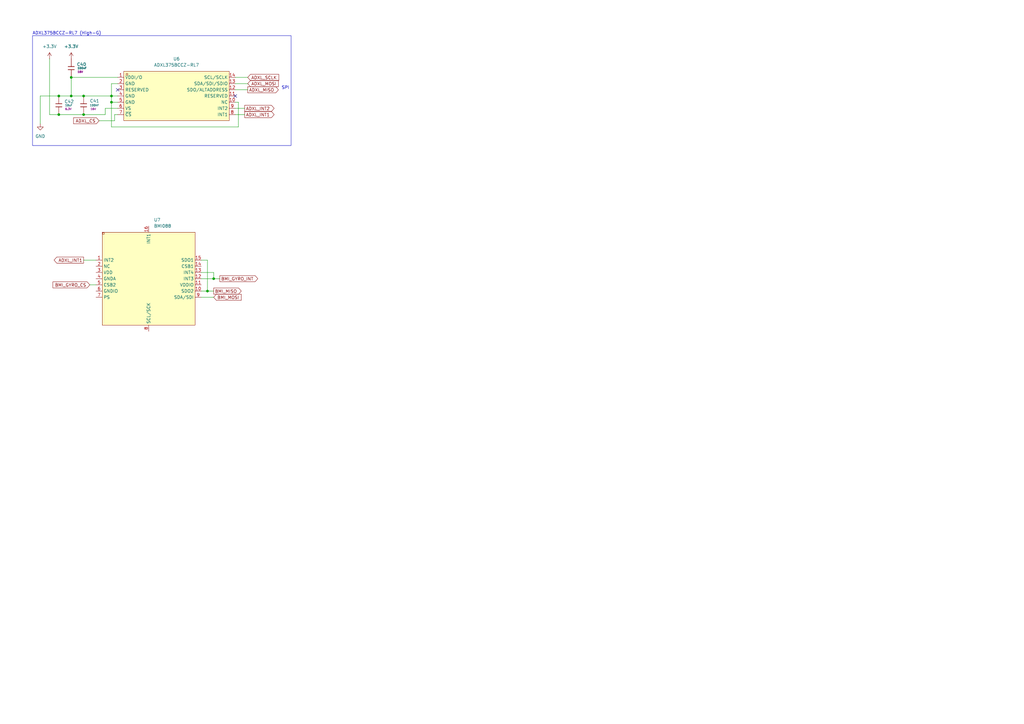
<source format=kicad_sch>
(kicad_sch
	(version 20250114)
	(generator "eeschema")
	(generator_version "9.0")
	(uuid "49530ea0-3aff-4e40-9bcc-109271f67bc0")
	(paper "A3")
	(lib_symbols
		(symbol "EasyEDA:ADXL375BCCZ-RL7"
			(exclude_from_sim no)
			(in_bom yes)
			(on_board yes)
			(property "Reference" "U"
				(at 0 12.7 0)
				(effects
					(font
						(size 1.27 1.27)
					)
				)
			)
			(property "Value" "ADXL375BCCZ-RL7"
				(at 0 -12.7 0)
				(effects
					(font
						(size 1.27 1.27)
					)
				)
			)
			(property "Footprint" "EasyEDA:LGA-14_L5.0-W3.0-P0.80-BL"
				(at 0 -15.24 0)
				(effects
					(font
						(size 1.27 1.27)
					)
					(hide yes)
				)
			)
			(property "Datasheet" "https://lcsc.com/product-detail/New-Arrivals_Analog-Devices-ADI-ADXL375BCCZ-RL7_C481898.html"
				(at 0 -17.78 0)
				(effects
					(font
						(size 1.27 1.27)
					)
					(hide yes)
				)
			)
			(property "Description" ""
				(at 0 0 0)
				(effects
					(font
						(size 1.27 1.27)
					)
					(hide yes)
				)
			)
			(property "LCSC Part" "C481898"
				(at 0 -20.32 0)
				(effects
					(font
						(size 1.27 1.27)
					)
					(hide yes)
				)
			)
			(symbol "ADXL375BCCZ-RL7_0_1"
				(rectangle
					(start -21.59 10.16)
					(end 21.59 -10.16)
					(stroke
						(width 0)
						(type default)
					)
					(fill
						(type background)
					)
				)
				(circle
					(center -20.32 8.89)
					(radius 0.38)
					(stroke
						(width 0)
						(type default)
					)
					(fill
						(type none)
					)
				)
				(pin unspecified line
					(at -24.13 7.62 0)
					(length 2.54)
					(name "VDDI/O"
						(effects
							(font
								(size 1.27 1.27)
							)
						)
					)
					(number "1"
						(effects
							(font
								(size 1.27 1.27)
							)
						)
					)
				)
				(pin unspecified line
					(at -24.13 5.08 0)
					(length 2.54)
					(name "GND"
						(effects
							(font
								(size 1.27 1.27)
							)
						)
					)
					(number "2"
						(effects
							(font
								(size 1.27 1.27)
							)
						)
					)
				)
				(pin unspecified line
					(at -24.13 2.54 0)
					(length 2.54)
					(name "RESERVED"
						(effects
							(font
								(size 1.27 1.27)
							)
						)
					)
					(number "3"
						(effects
							(font
								(size 1.27 1.27)
							)
						)
					)
				)
				(pin unspecified line
					(at -24.13 0 0)
					(length 2.54)
					(name "GND"
						(effects
							(font
								(size 1.27 1.27)
							)
						)
					)
					(number "4"
						(effects
							(font
								(size 1.27 1.27)
							)
						)
					)
				)
				(pin unspecified line
					(at -24.13 -2.54 0)
					(length 2.54)
					(name "GND"
						(effects
							(font
								(size 1.27 1.27)
							)
						)
					)
					(number "5"
						(effects
							(font
								(size 1.27 1.27)
							)
						)
					)
				)
				(pin unspecified line
					(at -24.13 -5.08 0)
					(length 2.54)
					(name "VS"
						(effects
							(font
								(size 1.27 1.27)
							)
						)
					)
					(number "6"
						(effects
							(font
								(size 1.27 1.27)
							)
						)
					)
				)
				(pin unspecified line
					(at -24.13 -7.62 0)
					(length 2.54)
					(name "~{CS}"
						(effects
							(font
								(size 1.27 1.27)
							)
						)
					)
					(number "7"
						(effects
							(font
								(size 1.27 1.27)
							)
						)
					)
				)
				(pin unspecified line
					(at 24.13 7.62 180)
					(length 2.54)
					(name "SCL/SCLK"
						(effects
							(font
								(size 1.27 1.27)
							)
						)
					)
					(number "14"
						(effects
							(font
								(size 1.27 1.27)
							)
						)
					)
				)
				(pin unspecified line
					(at 24.13 5.08 180)
					(length 2.54)
					(name "SDA/SDI/SDIO"
						(effects
							(font
								(size 1.27 1.27)
							)
						)
					)
					(number "13"
						(effects
							(font
								(size 1.27 1.27)
							)
						)
					)
				)
				(pin unspecified line
					(at 24.13 2.54 180)
					(length 2.54)
					(name "SDO/ALTADDRESS"
						(effects
							(font
								(size 1.27 1.27)
							)
						)
					)
					(number "12"
						(effects
							(font
								(size 1.27 1.27)
							)
						)
					)
				)
				(pin unspecified line
					(at 24.13 0 180)
					(length 2.54)
					(name "RESERVED"
						(effects
							(font
								(size 1.27 1.27)
							)
						)
					)
					(number "11"
						(effects
							(font
								(size 1.27 1.27)
							)
						)
					)
				)
				(pin unspecified line
					(at 24.13 -2.54 180)
					(length 2.54)
					(name "NC"
						(effects
							(font
								(size 1.27 1.27)
							)
						)
					)
					(number "10"
						(effects
							(font
								(size 1.27 1.27)
							)
						)
					)
				)
				(pin unspecified line
					(at 24.13 -5.08 180)
					(length 2.54)
					(name "INT2"
						(effects
							(font
								(size 1.27 1.27)
							)
						)
					)
					(number "9"
						(effects
							(font
								(size 1.27 1.27)
							)
						)
					)
				)
				(pin unspecified line
					(at 24.13 -7.62 180)
					(length 2.54)
					(name "INT1"
						(effects
							(font
								(size 1.27 1.27)
							)
						)
					)
					(number "8"
						(effects
							(font
								(size 1.27 1.27)
							)
						)
					)
				)
			)
			(embedded_fonts no)
		)
		(symbol "EasyEDA:BMI088"
			(exclude_from_sim no)
			(in_bom yes)
			(on_board yes)
			(property "Reference" "U"
				(at 0 26.67 0)
				(effects
					(font
						(size 1.27 1.27)
					)
				)
			)
			(property "Value" "BMI088"
				(at 0 -26.67 0)
				(effects
					(font
						(size 1.27 1.27)
					)
				)
			)
			(property "Footprint" "EasyEDA:LGA-16_L4.5-W3.0-P0.50-BL"
				(at 0 -29.21 0)
				(effects
					(font
						(size 1.27 1.27)
					)
					(hide yes)
				)
			)
			(property "Datasheet" "https://lcsc.com/product-detail/Others_Bosch-Sensortec_BMI088_Bosch-Sensortec-BMI088_C194919.html"
				(at 0 -31.75 0)
				(effects
					(font
						(size 1.27 1.27)
					)
					(hide yes)
				)
			)
			(property "Description" ""
				(at 0 0 0)
				(effects
					(font
						(size 1.27 1.27)
					)
					(hide yes)
				)
			)
			(property "LCSC Part" "C194919"
				(at 0 -34.29 0)
				(effects
					(font
						(size 1.27 1.27)
					)
					(hide yes)
				)
			)
			(symbol "BMI088_0_1"
				(rectangle
					(start -19.05 19.05)
					(end 19.05 -19.05)
					(stroke
						(width 0)
						(type default)
					)
					(fill
						(type background)
					)
				)
				(circle
					(center -18.54 18.54)
					(radius 0.38)
					(stroke
						(width 0)
						(type default)
					)
					(fill
						(type none)
					)
				)
				(pin unspecified line
					(at -21.59 7.62 0)
					(length 2.54)
					(name "INT2"
						(effects
							(font
								(size 1.27 1.27)
							)
						)
					)
					(number "1"
						(effects
							(font
								(size 1.27 1.27)
							)
						)
					)
				)
				(pin unspecified line
					(at -21.59 5.08 0)
					(length 2.54)
					(name "NC"
						(effects
							(font
								(size 1.27 1.27)
							)
						)
					)
					(number "2"
						(effects
							(font
								(size 1.27 1.27)
							)
						)
					)
				)
				(pin unspecified line
					(at -21.59 2.54 0)
					(length 2.54)
					(name "VDD"
						(effects
							(font
								(size 1.27 1.27)
							)
						)
					)
					(number "3"
						(effects
							(font
								(size 1.27 1.27)
							)
						)
					)
				)
				(pin unspecified line
					(at -21.59 0 0)
					(length 2.54)
					(name "GNDA"
						(effects
							(font
								(size 1.27 1.27)
							)
						)
					)
					(number "4"
						(effects
							(font
								(size 1.27 1.27)
							)
						)
					)
				)
				(pin unspecified line
					(at -21.59 -2.54 0)
					(length 2.54)
					(name "CSB2"
						(effects
							(font
								(size 1.27 1.27)
							)
						)
					)
					(number "5"
						(effects
							(font
								(size 1.27 1.27)
							)
						)
					)
				)
				(pin unspecified line
					(at -21.59 -5.08 0)
					(length 2.54)
					(name "GNDIO"
						(effects
							(font
								(size 1.27 1.27)
							)
						)
					)
					(number "6"
						(effects
							(font
								(size 1.27 1.27)
							)
						)
					)
				)
				(pin unspecified line
					(at -21.59 -7.62 0)
					(length 2.54)
					(name "PS"
						(effects
							(font
								(size 1.27 1.27)
							)
						)
					)
					(number "7"
						(effects
							(font
								(size 1.27 1.27)
							)
						)
					)
				)
				(pin unspecified line
					(at 0 21.59 270)
					(length 2.54)
					(name "INT1"
						(effects
							(font
								(size 1.27 1.27)
							)
						)
					)
					(number "16"
						(effects
							(font
								(size 1.27 1.27)
							)
						)
					)
				)
				(pin unspecified line
					(at 0 -21.59 90)
					(length 2.54)
					(name "SCL/SCK"
						(effects
							(font
								(size 1.27 1.27)
							)
						)
					)
					(number "8"
						(effects
							(font
								(size 1.27 1.27)
							)
						)
					)
				)
				(pin unspecified line
					(at 21.59 7.62 180)
					(length 2.54)
					(name "SDO1"
						(effects
							(font
								(size 1.27 1.27)
							)
						)
					)
					(number "15"
						(effects
							(font
								(size 1.27 1.27)
							)
						)
					)
				)
				(pin unspecified line
					(at 21.59 5.08 180)
					(length 2.54)
					(name "CSB1"
						(effects
							(font
								(size 1.27 1.27)
							)
						)
					)
					(number "14"
						(effects
							(font
								(size 1.27 1.27)
							)
						)
					)
				)
				(pin unspecified line
					(at 21.59 2.54 180)
					(length 2.54)
					(name "INT4"
						(effects
							(font
								(size 1.27 1.27)
							)
						)
					)
					(number "13"
						(effects
							(font
								(size 1.27 1.27)
							)
						)
					)
				)
				(pin unspecified line
					(at 21.59 0 180)
					(length 2.54)
					(name "INT3"
						(effects
							(font
								(size 1.27 1.27)
							)
						)
					)
					(number "12"
						(effects
							(font
								(size 1.27 1.27)
							)
						)
					)
				)
				(pin unspecified line
					(at 21.59 -2.54 180)
					(length 2.54)
					(name "VDDIO"
						(effects
							(font
								(size 1.27 1.27)
							)
						)
					)
					(number "11"
						(effects
							(font
								(size 1.27 1.27)
							)
						)
					)
				)
				(pin unspecified line
					(at 21.59 -5.08 180)
					(length 2.54)
					(name "SDO2"
						(effects
							(font
								(size 1.27 1.27)
							)
						)
					)
					(number "10"
						(effects
							(font
								(size 1.27 1.27)
							)
						)
					)
				)
				(pin unspecified line
					(at 21.59 -7.62 180)
					(length 2.54)
					(name "SDA/SDI"
						(effects
							(font
								(size 1.27 1.27)
							)
						)
					)
					(number "9"
						(effects
							(font
								(size 1.27 1.27)
							)
						)
					)
				)
			)
			(embedded_fonts no)
		)
		(symbol "PCM_JLCPCB-Capacitors:0402,100nF"
			(pin_numbers
				(hide yes)
			)
			(pin_names
				(offset 0)
			)
			(exclude_from_sim no)
			(in_bom yes)
			(on_board yes)
			(property "Reference" "C"
				(at 2.032 1.668 0)
				(effects
					(font
						(size 1.27 1.27)
					)
					(justify left)
				)
			)
			(property "Value" "100nF"
				(at 2.032 -0.3782 0)
				(effects
					(font
						(size 0.8 0.8)
					)
					(justify left)
				)
			)
			(property "Footprint" "PCM_JLCPCB:C_0402"
				(at -1.778 0 90)
				(effects
					(font
						(size 1.27 1.27)
					)
					(hide yes)
				)
			)
			(property "Datasheet" "https://www.lcsc.com/datasheet/lcsc_datasheet_2304140030_Samsung-Electro-Mechanics-CL05B104KO5NNNC_C1525.pdf"
				(at 0 0 0)
				(effects
					(font
						(size 1.27 1.27)
					)
					(hide yes)
				)
			)
			(property "Description" "16V 100nF X7R ±10% 0402 Multilayer Ceramic Capacitors MLCC - SMD/SMT ROHS"
				(at 0 0 0)
				(effects
					(font
						(size 1.27 1.27)
					)
					(hide yes)
				)
			)
			(property "LCSC" "C1525"
				(at 0 0 0)
				(effects
					(font
						(size 1.27 1.27)
					)
					(hide yes)
				)
			)
			(property "Stock" "12931403"
				(at 0 0 0)
				(effects
					(font
						(size 1.27 1.27)
					)
					(hide yes)
				)
			)
			(property "Price" "0.004USD"
				(at 0 0 0)
				(effects
					(font
						(size 1.27 1.27)
					)
					(hide yes)
				)
			)
			(property "Process" "SMT"
				(at 0 0 0)
				(effects
					(font
						(size 1.27 1.27)
					)
					(hide yes)
				)
			)
			(property "Minimum Qty" "20"
				(at 0 0 0)
				(effects
					(font
						(size 1.27 1.27)
					)
					(hide yes)
				)
			)
			(property "Attrition Qty" "10"
				(at 0 0 0)
				(effects
					(font
						(size 1.27 1.27)
					)
					(hide yes)
				)
			)
			(property "Class" "Basic Component"
				(at 0 0 0)
				(effects
					(font
						(size 1.27 1.27)
					)
					(hide yes)
				)
			)
			(property "Category" "Capacitors,Multilayer Ceramic Capacitors MLCC - SMD/SMT"
				(at 0 0 0)
				(effects
					(font
						(size 1.27 1.27)
					)
					(hide yes)
				)
			)
			(property "Manufacturer" "Samsung Electro-Mechanics"
				(at 0 0 0)
				(effects
					(font
						(size 1.27 1.27)
					)
					(hide yes)
				)
			)
			(property "Part" "CL05B104KO5NNNC"
				(at 0 0 0)
				(effects
					(font
						(size 1.27 1.27)
					)
					(hide yes)
				)
			)
			(property "Voltage Rated" "16V"
				(at 2.032 -2.0462 0)
				(effects
					(font
						(size 0.8 0.8)
					)
					(justify left)
				)
			)
			(property "Tolerance" "±10%"
				(at 0 0 0)
				(effects
					(font
						(size 1.27 1.27)
					)
					(hide yes)
				)
			)
			(property "Capacitance" "100nF"
				(at 0 0 0)
				(effects
					(font
						(size 1.27 1.27)
					)
					(hide yes)
				)
			)
			(property "Temperature Coefficient" "X7R"
				(at 0 0 0)
				(effects
					(font
						(size 1.27 1.27)
					)
					(hide yes)
				)
			)
			(property "ki_fp_filters" "C_*"
				(at 0 0 0)
				(effects
					(font
						(size 1.27 1.27)
					)
					(hide yes)
				)
			)
			(symbol "0402,100nF_0_1"
				(polyline
					(pts
						(xy -1.27 0.635) (xy 1.27 0.635)
					)
					(stroke
						(width 0.254)
						(type default)
					)
					(fill
						(type none)
					)
				)
				(polyline
					(pts
						(xy -1.27 -0.635) (xy 1.27 -0.635)
					)
					(stroke
						(width 0.254)
						(type default)
					)
					(fill
						(type none)
					)
				)
			)
			(symbol "0402,100nF_1_1"
				(pin passive line
					(at 0 3.81 270)
					(length 3.175)
					(name "~"
						(effects
							(font
								(size 1.27 1.27)
							)
						)
					)
					(number "1"
						(effects
							(font
								(size 1.27 1.27)
							)
						)
					)
				)
				(pin passive line
					(at 0 -3.81 90)
					(length 3.175)
					(name "~"
						(effects
							(font
								(size 1.27 1.27)
							)
						)
					)
					(number "2"
						(effects
							(font
								(size 1.27 1.27)
							)
						)
					)
				)
			)
			(embedded_fonts no)
		)
		(symbol "PCM_JLCPCB-Capacitors:0402,10uF"
			(pin_numbers
				(hide yes)
			)
			(pin_names
				(offset 0)
			)
			(exclude_from_sim no)
			(in_bom yes)
			(on_board yes)
			(property "Reference" "C"
				(at 2.032 1.668 0)
				(effects
					(font
						(size 1.27 1.27)
					)
					(justify left)
				)
			)
			(property "Value" "10uF"
				(at 2.032 -0.3782 0)
				(effects
					(font
						(size 0.8 0.8)
					)
					(justify left)
				)
			)
			(property "Footprint" "PCM_JLCPCB:C_0402"
				(at -1.778 0 90)
				(effects
					(font
						(size 1.27 1.27)
					)
					(hide yes)
				)
			)
			(property "Datasheet" "https://www.lcsc.com/datasheet/lcsc_datasheet_2208231630_Samsung-Electro-Mechanics-CL05A106MQ5NUNC_C15525.pdf"
				(at 0 0 0)
				(effects
					(font
						(size 1.27 1.27)
					)
					(hide yes)
				)
			)
			(property "Description" "6.3V 10uF X5R ±20% 0402 Multilayer Ceramic Capacitors MLCC - SMD/SMT ROHS"
				(at 0 0 0)
				(effects
					(font
						(size 1.27 1.27)
					)
					(hide yes)
				)
			)
			(property "LCSC" "C15525"
				(at 0 0 0)
				(effects
					(font
						(size 1.27 1.27)
					)
					(hide yes)
				)
			)
			(property "Stock" "2048985"
				(at 0 0 0)
				(effects
					(font
						(size 1.27 1.27)
					)
					(hide yes)
				)
			)
			(property "Price" "0.007USD"
				(at 0 0 0)
				(effects
					(font
						(size 1.27 1.27)
					)
					(hide yes)
				)
			)
			(property "Process" "SMT"
				(at 0 0 0)
				(effects
					(font
						(size 1.27 1.27)
					)
					(hide yes)
				)
			)
			(property "Minimum Qty" "20"
				(at 0 0 0)
				(effects
					(font
						(size 1.27 1.27)
					)
					(hide yes)
				)
			)
			(property "Attrition Qty" "10"
				(at 0 0 0)
				(effects
					(font
						(size 1.27 1.27)
					)
					(hide yes)
				)
			)
			(property "Class" "Basic Component"
				(at 0 0 0)
				(effects
					(font
						(size 1.27 1.27)
					)
					(hide yes)
				)
			)
			(property "Category" "Capacitors,Multilayer Ceramic Capacitors MLCC - SMD/SMT"
				(at 0 0 0)
				(effects
					(font
						(size 1.27 1.27)
					)
					(hide yes)
				)
			)
			(property "Manufacturer" "Samsung Electro-Mechanics"
				(at 0 0 0)
				(effects
					(font
						(size 1.27 1.27)
					)
					(hide yes)
				)
			)
			(property "Part" "CL05A106MQ5NUNC"
				(at 0 0 0)
				(effects
					(font
						(size 1.27 1.27)
					)
					(hide yes)
				)
			)
			(property "Voltage Rated" "6.3V"
				(at 2.032 -2.0462 0)
				(effects
					(font
						(size 0.8 0.8)
					)
					(justify left)
				)
			)
			(property "Tolerance" "±20%"
				(at 0 0 0)
				(effects
					(font
						(size 1.27 1.27)
					)
					(hide yes)
				)
			)
			(property "Capacitance" "10uF"
				(at 0 0 0)
				(effects
					(font
						(size 1.27 1.27)
					)
					(hide yes)
				)
			)
			(property "Temperature Coefficient" "X5R"
				(at 0 0 0)
				(effects
					(font
						(size 1.27 1.27)
					)
					(hide yes)
				)
			)
			(property "ki_fp_filters" "C_*"
				(at 0 0 0)
				(effects
					(font
						(size 1.27 1.27)
					)
					(hide yes)
				)
			)
			(symbol "0402,10uF_0_1"
				(polyline
					(pts
						(xy -1.27 0.635) (xy 1.27 0.635)
					)
					(stroke
						(width 0.254)
						(type default)
					)
					(fill
						(type none)
					)
				)
				(polyline
					(pts
						(xy -1.27 -0.635) (xy 1.27 -0.635)
					)
					(stroke
						(width 0.254)
						(type default)
					)
					(fill
						(type none)
					)
				)
			)
			(symbol "0402,10uF_1_1"
				(pin passive line
					(at 0 3.81 270)
					(length 3.175)
					(name "~"
						(effects
							(font
								(size 1.27 1.27)
							)
						)
					)
					(number "1"
						(effects
							(font
								(size 1.27 1.27)
							)
						)
					)
				)
				(pin passive line
					(at 0 -3.81 90)
					(length 3.175)
					(name "~"
						(effects
							(font
								(size 1.27 1.27)
							)
						)
					)
					(number "2"
						(effects
							(font
								(size 1.27 1.27)
							)
						)
					)
				)
			)
			(embedded_fonts no)
		)
		(symbol "power:+3.3V"
			(power)
			(pin_numbers
				(hide yes)
			)
			(pin_names
				(offset 0)
				(hide yes)
			)
			(exclude_from_sim no)
			(in_bom yes)
			(on_board yes)
			(property "Reference" "#PWR"
				(at 0 -3.81 0)
				(effects
					(font
						(size 1.27 1.27)
					)
					(hide yes)
				)
			)
			(property "Value" "+3.3V"
				(at 0 3.556 0)
				(effects
					(font
						(size 1.27 1.27)
					)
				)
			)
			(property "Footprint" ""
				(at 0 0 0)
				(effects
					(font
						(size 1.27 1.27)
					)
					(hide yes)
				)
			)
			(property "Datasheet" ""
				(at 0 0 0)
				(effects
					(font
						(size 1.27 1.27)
					)
					(hide yes)
				)
			)
			(property "Description" "Power symbol creates a global label with name \"+3.3V\""
				(at 0 0 0)
				(effects
					(font
						(size 1.27 1.27)
					)
					(hide yes)
				)
			)
			(property "ki_keywords" "global power"
				(at 0 0 0)
				(effects
					(font
						(size 1.27 1.27)
					)
					(hide yes)
				)
			)
			(symbol "+3.3V_0_1"
				(polyline
					(pts
						(xy -0.762 1.27) (xy 0 2.54)
					)
					(stroke
						(width 0)
						(type default)
					)
					(fill
						(type none)
					)
				)
				(polyline
					(pts
						(xy 0 2.54) (xy 0.762 1.27)
					)
					(stroke
						(width 0)
						(type default)
					)
					(fill
						(type none)
					)
				)
				(polyline
					(pts
						(xy 0 0) (xy 0 2.54)
					)
					(stroke
						(width 0)
						(type default)
					)
					(fill
						(type none)
					)
				)
			)
			(symbol "+3.3V_1_1"
				(pin power_in line
					(at 0 0 90)
					(length 0)
					(name "~"
						(effects
							(font
								(size 1.27 1.27)
							)
						)
					)
					(number "1"
						(effects
							(font
								(size 1.27 1.27)
							)
						)
					)
				)
			)
			(embedded_fonts no)
		)
		(symbol "power:GND"
			(power)
			(pin_numbers
				(hide yes)
			)
			(pin_names
				(offset 0)
				(hide yes)
			)
			(exclude_from_sim no)
			(in_bom yes)
			(on_board yes)
			(property "Reference" "#PWR"
				(at 0 -6.35 0)
				(effects
					(font
						(size 1.27 1.27)
					)
					(hide yes)
				)
			)
			(property "Value" "GND"
				(at 0 -3.81 0)
				(effects
					(font
						(size 1.27 1.27)
					)
				)
			)
			(property "Footprint" ""
				(at 0 0 0)
				(effects
					(font
						(size 1.27 1.27)
					)
					(hide yes)
				)
			)
			(property "Datasheet" ""
				(at 0 0 0)
				(effects
					(font
						(size 1.27 1.27)
					)
					(hide yes)
				)
			)
			(property "Description" "Power symbol creates a global label with name \"GND\" , ground"
				(at 0 0 0)
				(effects
					(font
						(size 1.27 1.27)
					)
					(hide yes)
				)
			)
			(property "ki_keywords" "global power"
				(at 0 0 0)
				(effects
					(font
						(size 1.27 1.27)
					)
					(hide yes)
				)
			)
			(symbol "GND_0_1"
				(polyline
					(pts
						(xy 0 0) (xy 0 -1.27) (xy 1.27 -1.27) (xy 0 -2.54) (xy -1.27 -1.27) (xy 0 -1.27)
					)
					(stroke
						(width 0)
						(type default)
					)
					(fill
						(type none)
					)
				)
			)
			(symbol "GND_1_1"
				(pin power_in line
					(at 0 0 270)
					(length 0)
					(name "~"
						(effects
							(font
								(size 1.27 1.27)
							)
						)
					)
					(number "1"
						(effects
							(font
								(size 1.27 1.27)
							)
						)
					)
				)
			)
			(embedded_fonts no)
		)
	)
	(rectangle
		(start 13.335 14.605)
		(end 119.38 59.69)
		(stroke
			(width 0)
			(type default)
		)
		(fill
			(type none)
		)
		(uuid 66da5d69-3fec-430f-8588-8817ab5f3711)
	)
	(text "SPI"
		(exclude_from_sim no)
		(at 117.094 36.068 0)
		(effects
			(font
				(size 1.27 1.27)
			)
		)
		(uuid "3bc54bcd-a032-4a01-be8d-287022127253")
	)
	(text "ADXL375BCCZ-RL7 (High-G)"
		(exclude_from_sim no)
		(at 27.432 13.716 0)
		(effects
			(font
				(size 1.27 1.27)
			)
		)
		(uuid "f0864fc4-aff1-4046-96f6-ab3e3680cdee")
	)
	(junction
		(at 87.63 114.3)
		(diameter 0)
		(color 0 0 0 0)
		(uuid "0e2b29f4-4cf1-4889-a208-31f5453bc772")
	)
	(junction
		(at 34.29 39.37)
		(diameter 0)
		(color 0 0 0 0)
		(uuid "47974c7f-25cd-48f6-8262-01e066ff78ca")
	)
	(junction
		(at 24.13 39.37)
		(diameter 0)
		(color 0 0 0 0)
		(uuid "516818c9-6259-4904-b8eb-a0ea81024909")
	)
	(junction
		(at 24.13 46.99)
		(diameter 0)
		(color 0 0 0 0)
		(uuid "6b649173-c0bb-488a-9192-a88c37657360")
	)
	(junction
		(at 45.72 39.37)
		(diameter 0)
		(color 0 0 0 0)
		(uuid "761a3d8a-4c70-4917-af52-a257637c669b")
	)
	(junction
		(at 29.21 39.37)
		(diameter 0)
		(color 0 0 0 0)
		(uuid "77e3310e-4e97-41a1-a507-eb079ad226eb")
	)
	(junction
		(at 29.21 31.75)
		(diameter 0)
		(color 0 0 0 0)
		(uuid "8296b736-32c6-4724-bf6c-4b2169b9e4e8")
	)
	(junction
		(at 34.29 46.99)
		(diameter 0)
		(color 0 0 0 0)
		(uuid "b25adcf8-e198-4378-a3b7-002df0e4b540")
	)
	(junction
		(at 45.72 41.91)
		(diameter 0)
		(color 0 0 0 0)
		(uuid "dd920110-acde-48fb-bf5e-f978f6f08141")
	)
	(junction
		(at 85.09 119.38)
		(diameter 0)
		(color 0 0 0 0)
		(uuid "e92cc2a6-1c33-4dd4-8c5a-d0f7bcd5d037")
	)
	(no_connect
		(at 96.52 39.37)
		(uuid "5dc283fe-3931-47b9-912b-7d0df27ccea4")
	)
	(no_connect
		(at 48.26 36.83)
		(uuid "9b4e07c2-b8a4-4d8a-b393-3c8b552448a3")
	)
	(wire
		(pts
			(xy 48.26 44.45) (xy 43.18 44.45)
		)
		(stroke
			(width 0)
			(type default)
		)
		(uuid "043e6768-2262-40d3-9598-f61e8e56ca5c")
	)
	(wire
		(pts
			(xy 43.18 44.45) (xy 43.18 46.99)
		)
		(stroke
			(width 0)
			(type default)
		)
		(uuid "11ae8481-23f1-4d92-96db-ed8996a17f35")
	)
	(wire
		(pts
			(xy 97.79 41.91) (xy 96.52 41.91)
		)
		(stroke
			(width 0)
			(type default)
		)
		(uuid "165e1763-32f6-4255-abb1-e34c4e01123b")
	)
	(wire
		(pts
			(xy 46.99 49.53) (xy 46.99 46.99)
		)
		(stroke
			(width 0)
			(type default)
		)
		(uuid "213daa27-aae8-45d7-b8e6-582e415c1139")
	)
	(wire
		(pts
			(xy 45.72 41.91) (xy 48.26 41.91)
		)
		(stroke
			(width 0)
			(type default)
		)
		(uuid "3155bcf9-0633-4b7a-8d07-71428bbdd0c0")
	)
	(wire
		(pts
			(xy 87.63 111.76) (xy 87.63 114.3)
		)
		(stroke
			(width 0)
			(type default)
		)
		(uuid "3bdf5118-5531-424b-abfa-b5c9a6118eea")
	)
	(wire
		(pts
			(xy 20.32 46.99) (xy 24.13 46.99)
		)
		(stroke
			(width 0)
			(type default)
		)
		(uuid "3c41a918-6175-41b8-87e1-101a91e33cbc")
	)
	(wire
		(pts
			(xy 45.72 39.37) (xy 34.29 39.37)
		)
		(stroke
			(width 0)
			(type default)
		)
		(uuid "3e23055f-e703-48c5-ad5a-14d35a57378b")
	)
	(wire
		(pts
			(xy 16.51 39.37) (xy 16.51 50.8)
		)
		(stroke
			(width 0)
			(type default)
		)
		(uuid "3e87231b-edaa-42a6-a276-e6951b1d8255")
	)
	(wire
		(pts
			(xy 45.72 39.37) (xy 45.72 41.91)
		)
		(stroke
			(width 0)
			(type default)
		)
		(uuid "43d9c07e-ccbd-4c7a-94cd-001720a50b09")
	)
	(wire
		(pts
			(xy 87.63 114.3) (xy 90.17 114.3)
		)
		(stroke
			(width 0)
			(type default)
		)
		(uuid "4432a879-232e-40c8-83cf-d52bb1a65f15")
	)
	(wire
		(pts
			(xy 46.99 46.99) (xy 48.26 46.99)
		)
		(stroke
			(width 0)
			(type default)
		)
		(uuid "46f82a31-60df-4974-91df-afd176a8558d")
	)
	(wire
		(pts
			(xy 45.72 41.91) (xy 45.72 52.07)
		)
		(stroke
			(width 0)
			(type default)
		)
		(uuid "4b6905b1-2bc3-4356-b028-12ea9832c1a7")
	)
	(wire
		(pts
			(xy 43.18 46.99) (xy 34.29 46.99)
		)
		(stroke
			(width 0)
			(type default)
		)
		(uuid "4d72a0cf-102a-4d10-be8a-94fc6dc51c43")
	)
	(wire
		(pts
			(xy 82.55 121.92) (xy 87.63 121.92)
		)
		(stroke
			(width 0)
			(type default)
		)
		(uuid "55a99c14-7993-4c5d-bcda-a2c390f99b2e")
	)
	(wire
		(pts
			(xy 34.29 39.37) (xy 29.21 39.37)
		)
		(stroke
			(width 0)
			(type default)
		)
		(uuid "55ea4a1a-ba8d-4645-b514-ac9d6df9b179")
	)
	(wire
		(pts
			(xy 24.13 46.99) (xy 34.29 46.99)
		)
		(stroke
			(width 0)
			(type default)
		)
		(uuid "5d315072-a803-44ea-a35a-b85425eb8001")
	)
	(wire
		(pts
			(xy 85.09 106.68) (xy 85.09 119.38)
		)
		(stroke
			(width 0)
			(type default)
		)
		(uuid "5d684499-432a-4dd3-8363-02ac5979dd5a")
	)
	(wire
		(pts
			(xy 29.21 31.75) (xy 29.21 39.37)
		)
		(stroke
			(width 0)
			(type default)
		)
		(uuid "5da81660-42d9-41a9-b73d-a1e5fdf217b4")
	)
	(wire
		(pts
			(xy 82.55 111.76) (xy 87.63 111.76)
		)
		(stroke
			(width 0)
			(type default)
		)
		(uuid "68d69687-ab3e-487b-bed7-753827fc758d")
	)
	(wire
		(pts
			(xy 34.29 106.68) (xy 39.37 106.68)
		)
		(stroke
			(width 0)
			(type default)
		)
		(uuid "703e1262-2bc4-4658-9851-5e5aded2bfe2")
	)
	(wire
		(pts
			(xy 24.13 39.37) (xy 16.51 39.37)
		)
		(stroke
			(width 0)
			(type default)
		)
		(uuid "8257cf86-32d4-4101-8475-f873d8697c57")
	)
	(wire
		(pts
			(xy 29.21 39.37) (xy 24.13 39.37)
		)
		(stroke
			(width 0)
			(type default)
		)
		(uuid "85ccc4c2-5e5e-44a7-9e5b-8aa94decc12a")
	)
	(wire
		(pts
			(xy 82.55 119.38) (xy 85.09 119.38)
		)
		(stroke
			(width 0)
			(type default)
		)
		(uuid "970238fe-3d11-4de9-afc1-b7489d67ea14")
	)
	(wire
		(pts
			(xy 85.09 119.38) (xy 87.63 119.38)
		)
		(stroke
			(width 0)
			(type default)
		)
		(uuid "97826e42-9b60-49d3-a60a-0e49f6515d91")
	)
	(wire
		(pts
			(xy 82.55 114.3) (xy 87.63 114.3)
		)
		(stroke
			(width 0)
			(type default)
		)
		(uuid "9cf96ac7-a8f9-4e3f-a2d2-64c401437906")
	)
	(wire
		(pts
			(xy 48.26 39.37) (xy 45.72 39.37)
		)
		(stroke
			(width 0)
			(type default)
		)
		(uuid "a14aae9d-5dea-4d87-bb9d-1bbb7e8ae6bf")
	)
	(wire
		(pts
			(xy 48.26 34.29) (xy 45.72 34.29)
		)
		(stroke
			(width 0)
			(type default)
		)
		(uuid "a1f6eab2-2c72-454a-9cfb-11d87df9104c")
	)
	(wire
		(pts
			(xy 96.52 34.29) (xy 101.6 34.29)
		)
		(stroke
			(width 0)
			(type default)
		)
		(uuid "a8234ea2-0180-42da-9a28-1ffc839a0824")
	)
	(wire
		(pts
			(xy 96.52 46.99) (xy 100.33 46.99)
		)
		(stroke
			(width 0)
			(type default)
		)
		(uuid "bad6b205-c5b0-4e93-aff5-9a5ba0600764")
	)
	(wire
		(pts
			(xy 97.79 52.07) (xy 97.79 41.91)
		)
		(stroke
			(width 0)
			(type default)
		)
		(uuid "c40e4e3d-82b3-41a9-8406-3831d0bef3f7")
	)
	(wire
		(pts
			(xy 96.52 36.83) (xy 101.6 36.83)
		)
		(stroke
			(width 0)
			(type default)
		)
		(uuid "c696ee0f-cb27-4f8a-9603-fb7518cc254c")
	)
	(wire
		(pts
			(xy 96.52 31.75) (xy 101.6 31.75)
		)
		(stroke
			(width 0)
			(type default)
		)
		(uuid "c9a179a0-e7ee-477d-a06f-cc1a00134273")
	)
	(wire
		(pts
			(xy 45.72 52.07) (xy 97.79 52.07)
		)
		(stroke
			(width 0)
			(type default)
		)
		(uuid "cf1499a1-b693-48a0-bb6c-b0a5edbd32cc")
	)
	(wire
		(pts
			(xy 82.55 106.68) (xy 85.09 106.68)
		)
		(stroke
			(width 0)
			(type default)
		)
		(uuid "d84748ba-2b03-499b-b813-31639d99fe9c")
	)
	(wire
		(pts
			(xy 96.52 44.45) (xy 100.33 44.45)
		)
		(stroke
			(width 0)
			(type default)
		)
		(uuid "dc202235-7c8c-4d3b-99b2-d2fea9e56f6a")
	)
	(wire
		(pts
			(xy 20.32 24.13) (xy 20.32 46.99)
		)
		(stroke
			(width 0)
			(type default)
		)
		(uuid "e01d7220-f88d-44f2-ba98-446dcd705d50")
	)
	(wire
		(pts
			(xy 40.64 49.53) (xy 46.99 49.53)
		)
		(stroke
			(width 0)
			(type default)
		)
		(uuid "e0e67d48-4dae-4cb9-a96b-20e0747732c2")
	)
	(wire
		(pts
			(xy 48.26 31.75) (xy 29.21 31.75)
		)
		(stroke
			(width 0)
			(type default)
		)
		(uuid "f01af094-5457-49e7-a913-13a39afaec55")
	)
	(wire
		(pts
			(xy 36.83 116.84) (xy 39.37 116.84)
		)
		(stroke
			(width 0)
			(type default)
		)
		(uuid "f7954b21-ad92-4976-88f3-01e10e0f3e8f")
	)
	(wire
		(pts
			(xy 45.72 34.29) (xy 45.72 39.37)
		)
		(stroke
			(width 0)
			(type default)
		)
		(uuid "ff4adddf-d0c0-4061-9990-3ecefd0d8666")
	)
	(global_label "BMI_GYRO_CS"
		(shape input)
		(at 36.83 116.84 180)
		(fields_autoplaced yes)
		(effects
			(font
				(size 1.27 1.27)
			)
			(justify right)
		)
		(uuid "00ca3e16-e466-4733-83be-0d466ff76a39")
		(property "Intersheetrefs" "${INTERSHEET_REFS}"
			(at 21.1448 116.84 0)
			(effects
				(font
					(size 1.27 1.27)
				)
				(justify right)
				(hide yes)
			)
		)
	)
	(global_label "ADXL_INT2"
		(shape output)
		(at 100.33 44.45 0)
		(fields_autoplaced yes)
		(effects
			(font
				(size 1.27 1.27)
			)
			(justify left)
		)
		(uuid "0fe71a4d-15cb-4d27-83fe-c63a98538dba")
		(property "Intersheetrefs" "${INTERSHEET_REFS}"
			(at 112.9914 44.45 0)
			(effects
				(font
					(size 1.27 1.27)
				)
				(justify left)
				(hide yes)
			)
		)
	)
	(global_label "ADXL_CS"
		(shape input)
		(at 40.64 49.53 180)
		(fields_autoplaced yes)
		(effects
			(font
				(size 1.27 1.27)
			)
			(justify right)
		)
		(uuid "12a42180-7bca-4905-afdb-a671b1b358e8")
		(property "Intersheetrefs" "${INTERSHEET_REFS}"
			(at 29.6115 49.53 0)
			(effects
				(font
					(size 1.27 1.27)
				)
				(justify right)
				(hide yes)
			)
		)
	)
	(global_label "ADXL_INT1"
		(shape output)
		(at 34.29 106.68 180)
		(fields_autoplaced yes)
		(effects
			(font
				(size 1.27 1.27)
			)
			(justify right)
		)
		(uuid "18427586-9496-4d0d-a96a-3d58ab676199")
		(property "Intersheetrefs" "${INTERSHEET_REFS}"
			(at 21.6286 106.68 0)
			(effects
				(font
					(size 1.27 1.27)
				)
				(justify right)
				(hide yes)
			)
		)
	)
	(global_label "ADXL_MISO"
		(shape output)
		(at 101.6 36.83 0)
		(fields_autoplaced yes)
		(effects
			(font
				(size 1.27 1.27)
			)
			(justify left)
		)
		(uuid "19b69ed7-a204-4090-b369-6bed0ce14b95")
		(property "Intersheetrefs" "${INTERSHEET_REFS}"
			(at 114.7452 36.83 0)
			(effects
				(font
					(size 1.27 1.27)
				)
				(justify left)
				(hide yes)
			)
		)
	)
	(global_label "ADXL_SCLK"
		(shape input)
		(at 101.6 31.75 0)
		(fields_autoplaced yes)
		(effects
			(font
				(size 1.27 1.27)
			)
			(justify left)
		)
		(uuid "47ce0a78-6359-404d-9793-c5e392166f24")
		(property "Intersheetrefs" "${INTERSHEET_REFS}"
			(at 114.9266 31.75 0)
			(effects
				(font
					(size 1.27 1.27)
				)
				(justify left)
				(hide yes)
			)
		)
	)
	(global_label "ADXL_MOSI"
		(shape input)
		(at 101.6 34.29 0)
		(fields_autoplaced yes)
		(effects
			(font
				(size 1.27 1.27)
			)
			(justify left)
		)
		(uuid "8c493412-1aed-4e50-810a-2aece1cec209")
		(property "Intersheetrefs" "${INTERSHEET_REFS}"
			(at 114.7452 34.29 0)
			(effects
				(font
					(size 1.27 1.27)
				)
				(justify left)
				(hide yes)
			)
		)
	)
	(global_label "ADXL_INT1"
		(shape output)
		(at 100.33 46.99 0)
		(fields_autoplaced yes)
		(effects
			(font
				(size 1.27 1.27)
			)
			(justify left)
		)
		(uuid "b019fd94-bc10-4d28-ba1f-58a633c9b2c2")
		(property "Intersheetrefs" "${INTERSHEET_REFS}"
			(at 112.9914 46.99 0)
			(effects
				(font
					(size 1.27 1.27)
				)
				(justify left)
				(hide yes)
			)
		)
	)
	(global_label "BMI_GYRO_INT"
		(shape output)
		(at 90.17 114.3 0)
		(fields_autoplaced yes)
		(effects
			(font
				(size 1.27 1.27)
			)
			(justify left)
		)
		(uuid "b9665864-3495-49b5-bb7e-b2ab136d6c0b")
		(property "Intersheetrefs" "${INTERSHEET_REFS}"
			(at 106.2786 114.3 0)
			(effects
				(font
					(size 1.27 1.27)
				)
				(justify left)
				(hide yes)
			)
		)
	)
	(global_label "BMI_MISO"
		(shape output)
		(at 87.63 119.38 0)
		(fields_autoplaced yes)
		(effects
			(font
				(size 1.27 1.27)
			)
			(justify left)
		)
		(uuid "dd399640-6c61-4ae0-8d2d-175a407d2189")
		(property "Intersheetrefs" "${INTERSHEET_REFS}"
			(at 99.5052 119.38 0)
			(effects
				(font
					(size 1.27 1.27)
				)
				(justify left)
				(hide yes)
			)
		)
	)
	(global_label "BMI_MOSI"
		(shape input)
		(at 87.63 121.92 0)
		(fields_autoplaced yes)
		(effects
			(font
				(size 1.27 1.27)
			)
			(justify left)
		)
		(uuid "e440414c-b6cc-4c53-9501-04d06c792f1e")
		(property "Intersheetrefs" "${INTERSHEET_REFS}"
			(at 99.5052 121.92 0)
			(effects
				(font
					(size 1.27 1.27)
				)
				(justify left)
				(hide yes)
			)
		)
	)
	(symbol
		(lib_id "PCM_JLCPCB-Capacitors:0402,100nF")
		(at 34.29 43.18 0)
		(unit 1)
		(exclude_from_sim no)
		(in_bom yes)
		(on_board yes)
		(dnp no)
		(uuid "071778ab-2657-422a-ab83-cba32e2ff8aa")
		(property "Reference" "C41"
			(at 36.83 41.402 0)
			(effects
				(font
					(size 1.27 1.27)
				)
				(justify left)
			)
		)
		(property "Value" "100nF"
			(at 36.83 43.18 0)
			(effects
				(font
					(size 0.8 0.8)
				)
				(justify left)
			)
		)
		(property "Footprint" "PCM_JLCPCB:C_0402"
			(at 32.512 43.18 90)
			(effects
				(font
					(size 1.27 1.27)
				)
				(hide yes)
			)
		)
		(property "Datasheet" "https://www.lcsc.com/datasheet/lcsc_datasheet_2304140030_Samsung-Electro-Mechanics-CL05B104KO5NNNC_C1525.pdf"
			(at 34.29 43.18 0)
			(effects
				(font
					(size 1.27 1.27)
				)
				(hide yes)
			)
		)
		(property "Description" "16V 100nF X7R ±10% 0402 Multilayer Ceramic Capacitors MLCC - SMD/SMT ROHS"
			(at 34.29 43.18 0)
			(effects
				(font
					(size 1.27 1.27)
				)
				(hide yes)
			)
		)
		(property "LCSC" "C1525"
			(at 34.29 43.18 0)
			(effects
				(font
					(size 1.27 1.27)
				)
				(hide yes)
			)
		)
		(property "Stock" "12931403"
			(at 34.29 43.18 0)
			(effects
				(font
					(size 1.27 1.27)
				)
				(hide yes)
			)
		)
		(property "Price" "0.004USD"
			(at 34.29 43.18 0)
			(effects
				(font
					(size 1.27 1.27)
				)
				(hide yes)
			)
		)
		(property "Process" "SMT"
			(at 34.29 43.18 0)
			(effects
				(font
					(size 1.27 1.27)
				)
				(hide yes)
			)
		)
		(property "Minimum Qty" "20"
			(at 34.29 43.18 0)
			(effects
				(font
					(size 1.27 1.27)
				)
				(hide yes)
			)
		)
		(property "Attrition Qty" "10"
			(at 34.29 43.18 0)
			(effects
				(font
					(size 1.27 1.27)
				)
				(hide yes)
			)
		)
		(property "Class" "Basic Component"
			(at 34.29 43.18 0)
			(effects
				(font
					(size 1.27 1.27)
				)
				(hide yes)
			)
		)
		(property "Category" "Capacitors,Multilayer Ceramic Capacitors MLCC - SMD/SMT"
			(at 34.29 43.18 0)
			(effects
				(font
					(size 1.27 1.27)
				)
				(hide yes)
			)
		)
		(property "Manufacturer" "Samsung Electro-Mechanics"
			(at 34.29 43.18 0)
			(effects
				(font
					(size 1.27 1.27)
				)
				(hide yes)
			)
		)
		(property "Part" "CL05B104KO5NNNC"
			(at 34.29 43.18 0)
			(effects
				(font
					(size 1.27 1.27)
				)
				(hide yes)
			)
		)
		(property "Voltage Rated" "16V"
			(at 37.084 44.704 0)
			(effects
				(font
					(size 0.8 0.8)
				)
				(justify left)
			)
		)
		(property "Tolerance" "±10%"
			(at 34.29 43.18 0)
			(effects
				(font
					(size 1.27 1.27)
				)
				(hide yes)
			)
		)
		(property "Capacitance" "100nF"
			(at 34.29 43.18 0)
			(effects
				(font
					(size 1.27 1.27)
				)
				(hide yes)
			)
		)
		(property "Temperature Coefficient" "X7R"
			(at 34.29 43.18 0)
			(effects
				(font
					(size 1.27 1.27)
				)
				(hide yes)
			)
		)
		(pin "2"
			(uuid "49a698c5-c7d1-4e88-8189-5b382923d6c1")
		)
		(pin "1"
			(uuid "28520ec0-b15b-41b8-8b77-b19d06bd691d")
		)
		(instances
			(project "IREC2025_FlightComputer"
				(path "/d402aac1-6798-4745-a2ce-fc3f8e4c9afb/97cfb8c0-d785-4d5c-a819-ec3176b37b76"
					(reference "C41")
					(unit 1)
				)
			)
		)
	)
	(symbol
		(lib_id "PCM_JLCPCB-Capacitors:0402,100nF")
		(at 29.21 27.94 0)
		(unit 1)
		(exclude_from_sim no)
		(in_bom yes)
		(on_board yes)
		(dnp no)
		(uuid "0b531cd5-f955-4d59-83e6-5f6e01ec5279")
		(property "Reference" "C40"
			(at 31.496 26.416 0)
			(effects
				(font
					(size 1.27 1.27)
				)
				(justify left)
			)
		)
		(property "Value" "100nF"
			(at 31.75 27.94 0)
			(effects
				(font
					(size 0.8 0.8)
				)
				(justify left)
			)
		)
		(property "Footprint" "PCM_JLCPCB:C_0402"
			(at 27.432 27.94 90)
			(effects
				(font
					(size 1.27 1.27)
				)
				(hide yes)
			)
		)
		(property "Datasheet" "https://www.lcsc.com/datasheet/lcsc_datasheet_2304140030_Samsung-Electro-Mechanics-CL05B104KO5NNNC_C1525.pdf"
			(at 29.21 27.94 0)
			(effects
				(font
					(size 1.27 1.27)
				)
				(hide yes)
			)
		)
		(property "Description" "16V 100nF X7R ±10% 0402 Multilayer Ceramic Capacitors MLCC - SMD/SMT ROHS"
			(at 29.21 27.94 0)
			(effects
				(font
					(size 1.27 1.27)
				)
				(hide yes)
			)
		)
		(property "LCSC" "C1525"
			(at 29.21 27.94 0)
			(effects
				(font
					(size 1.27 1.27)
				)
				(hide yes)
			)
		)
		(property "Stock" "12931403"
			(at 29.21 27.94 0)
			(effects
				(font
					(size 1.27 1.27)
				)
				(hide yes)
			)
		)
		(property "Price" "0.004USD"
			(at 29.21 27.94 0)
			(effects
				(font
					(size 1.27 1.27)
				)
				(hide yes)
			)
		)
		(property "Process" "SMT"
			(at 29.21 27.94 0)
			(effects
				(font
					(size 1.27 1.27)
				)
				(hide yes)
			)
		)
		(property "Minimum Qty" "20"
			(at 29.21 27.94 0)
			(effects
				(font
					(size 1.27 1.27)
				)
				(hide yes)
			)
		)
		(property "Attrition Qty" "10"
			(at 29.21 27.94 0)
			(effects
				(font
					(size 1.27 1.27)
				)
				(hide yes)
			)
		)
		(property "Class" "Basic Component"
			(at 29.21 27.94 0)
			(effects
				(font
					(size 1.27 1.27)
				)
				(hide yes)
			)
		)
		(property "Category" "Capacitors,Multilayer Ceramic Capacitors MLCC - SMD/SMT"
			(at 29.21 27.94 0)
			(effects
				(font
					(size 1.27 1.27)
				)
				(hide yes)
			)
		)
		(property "Manufacturer" "Samsung Electro-Mechanics"
			(at 29.21 27.94 0)
			(effects
				(font
					(size 1.27 1.27)
				)
				(hide yes)
			)
		)
		(property "Part" "CL05B104KO5NNNC"
			(at 29.21 27.94 0)
			(effects
				(font
					(size 1.27 1.27)
				)
				(hide yes)
			)
		)
		(property "Voltage Rated" "16V"
			(at 31.75 29.464 0)
			(effects
				(font
					(size 0.8 0.8)
				)
				(justify left)
			)
		)
		(property "Tolerance" "±10%"
			(at 29.21 27.94 0)
			(effects
				(font
					(size 1.27 1.27)
				)
				(hide yes)
			)
		)
		(property "Capacitance" "100nF"
			(at 29.21 27.94 0)
			(effects
				(font
					(size 1.27 1.27)
				)
				(hide yes)
			)
		)
		(property "Temperature Coefficient" "X7R"
			(at 29.21 27.94 0)
			(effects
				(font
					(size 1.27 1.27)
				)
				(hide yes)
			)
		)
		(pin "2"
			(uuid "50f2f805-de94-4298-8489-82ee4e334def")
		)
		(pin "1"
			(uuid "873a6b4a-2cef-4d86-ae6c-38985c862b60")
		)
		(instances
			(project ""
				(path "/d402aac1-6798-4745-a2ce-fc3f8e4c9afb/97cfb8c0-d785-4d5c-a819-ec3176b37b76"
					(reference "C40")
					(unit 1)
				)
			)
		)
	)
	(symbol
		(lib_id "power:+3.3V")
		(at 20.32 24.13 0)
		(unit 1)
		(exclude_from_sim no)
		(in_bom yes)
		(on_board yes)
		(dnp no)
		(fields_autoplaced yes)
		(uuid "47af6d99-94ce-4624-ba33-d24204f55b92")
		(property "Reference" "#PWR047"
			(at 20.32 27.94 0)
			(effects
				(font
					(size 1.27 1.27)
				)
				(hide yes)
			)
		)
		(property "Value" "+3.3V"
			(at 20.32 19.05 0)
			(effects
				(font
					(size 1.27 1.27)
				)
			)
		)
		(property "Footprint" ""
			(at 20.32 24.13 0)
			(effects
				(font
					(size 1.27 1.27)
				)
				(hide yes)
			)
		)
		(property "Datasheet" ""
			(at 20.32 24.13 0)
			(effects
				(font
					(size 1.27 1.27)
				)
				(hide yes)
			)
		)
		(property "Description" "Power symbol creates a global label with name \"+3.3V\""
			(at 20.32 24.13 0)
			(effects
				(font
					(size 1.27 1.27)
				)
				(hide yes)
			)
		)
		(pin "1"
			(uuid "68789628-ad5b-4fdc-b656-a3d820e7ee46")
		)
		(instances
			(project "IREC2025_FlightComputer"
				(path "/d402aac1-6798-4745-a2ce-fc3f8e4c9afb/97cfb8c0-d785-4d5c-a819-ec3176b37b76"
					(reference "#PWR047")
					(unit 1)
				)
			)
		)
	)
	(symbol
		(lib_id "power:+3.3V")
		(at 29.21 24.13 0)
		(unit 1)
		(exclude_from_sim no)
		(in_bom yes)
		(on_board yes)
		(dnp no)
		(fields_autoplaced yes)
		(uuid "67755c9c-4759-4557-8a76-7765605fc5ea")
		(property "Reference" "#PWR046"
			(at 29.21 27.94 0)
			(effects
				(font
					(size 1.27 1.27)
				)
				(hide yes)
			)
		)
		(property "Value" "+3.3V"
			(at 29.21 19.05 0)
			(effects
				(font
					(size 1.27 1.27)
				)
			)
		)
		(property "Footprint" ""
			(at 29.21 24.13 0)
			(effects
				(font
					(size 1.27 1.27)
				)
				(hide yes)
			)
		)
		(property "Datasheet" ""
			(at 29.21 24.13 0)
			(effects
				(font
					(size 1.27 1.27)
				)
				(hide yes)
			)
		)
		(property "Description" "Power symbol creates a global label with name \"+3.3V\""
			(at 29.21 24.13 0)
			(effects
				(font
					(size 1.27 1.27)
				)
				(hide yes)
			)
		)
		(pin "1"
			(uuid "7acc5f51-dbf5-4d1a-8115-f8c473e077a4")
		)
		(instances
			(project ""
				(path "/d402aac1-6798-4745-a2ce-fc3f8e4c9afb/97cfb8c0-d785-4d5c-a819-ec3176b37b76"
					(reference "#PWR046")
					(unit 1)
				)
			)
		)
	)
	(symbol
		(lib_id "EasyEDA:BMI088")
		(at 60.96 114.3 0)
		(unit 1)
		(exclude_from_sim no)
		(in_bom yes)
		(on_board yes)
		(dnp no)
		(fields_autoplaced yes)
		(uuid "b7c8f2d7-02c8-4e03-9acb-a6602d2e7f1c")
		(property "Reference" "U7"
			(at 63.1033 90.17 0)
			(effects
				(font
					(size 1.27 1.27)
				)
				(justify left)
			)
		)
		(property "Value" "BMI088"
			(at 63.1033 92.71 0)
			(effects
				(font
					(size 1.27 1.27)
				)
				(justify left)
			)
		)
		(property "Footprint" "EasyEDA:LGA-16_L4.5-W3.0-P0.50-BL"
			(at 60.96 143.51 0)
			(effects
				(font
					(size 1.27 1.27)
				)
				(hide yes)
			)
		)
		(property "Datasheet" "https://lcsc.com/product-detail/Others_Bosch-Sensortec_BMI088_Bosch-Sensortec-BMI088_C194919.html"
			(at 60.96 146.05 0)
			(effects
				(font
					(size 1.27 1.27)
				)
				(hide yes)
			)
		)
		(property "Description" ""
			(at 60.96 114.3 0)
			(effects
				(font
					(size 1.27 1.27)
				)
				(hide yes)
			)
		)
		(property "LCSC Part" "C194919"
			(at 60.96 148.59 0)
			(effects
				(font
					(size 1.27 1.27)
				)
				(hide yes)
			)
		)
		(pin "4"
			(uuid "82d766c5-dc9e-469f-a80e-2202ba3033a6")
		)
		(pin "7"
			(uuid "b9290b85-1bbd-486a-a3fd-d09c5fe6f85d")
		)
		(pin "9"
			(uuid "39ea7fa8-5849-4459-a05c-ba03d6706452")
		)
		(pin "15"
			(uuid "5468987b-de8d-482b-af78-b8de1f72c7be")
		)
		(pin "10"
			(uuid "43338c6e-d60a-4a6c-91df-bff0f9522ff7")
		)
		(pin "2"
			(uuid "b5289921-c527-4051-985b-0365ce2de2ed")
		)
		(pin "5"
			(uuid "a5677048-068c-4477-a8c3-3bb2518bc8e6")
		)
		(pin "1"
			(uuid "1a892d80-6b5b-4f2a-a003-2578b948390d")
		)
		(pin "3"
			(uuid "420e72ac-50fd-4dda-b049-6d3bb96f1e80")
		)
		(pin "16"
			(uuid "30dd4298-5af2-4670-b174-aded1190b955")
		)
		(pin "14"
			(uuid "56664bd5-9431-4bd2-b092-b44bf660ad52")
		)
		(pin "13"
			(uuid "1ad344f0-f3fd-4d90-8cf5-265e072cc325")
		)
		(pin "12"
			(uuid "c2cd79fc-027b-464f-a12b-88490705f1e4")
		)
		(pin "11"
			(uuid "a09e5dfc-7fac-43d4-ae1e-589b41165ede")
		)
		(pin "6"
			(uuid "eb7036f6-bfec-44a7-82c1-c17cb5a6b895")
		)
		(pin "8"
			(uuid "74d3f278-90b7-424b-8a28-8d97d3871b0f")
		)
		(instances
			(project ""
				(path "/d402aac1-6798-4745-a2ce-fc3f8e4c9afb/97cfb8c0-d785-4d5c-a819-ec3176b37b76"
					(reference "U7")
					(unit 1)
				)
			)
		)
	)
	(symbol
		(lib_id "PCM_JLCPCB-Capacitors:0402,10uF")
		(at 24.13 43.18 0)
		(unit 1)
		(exclude_from_sim no)
		(in_bom yes)
		(on_board yes)
		(dnp no)
		(uuid "bc632a64-e39e-4fbb-8a57-a26b88d52783")
		(property "Reference" "C42"
			(at 26.416 41.656 0)
			(effects
				(font
					(size 1.27 1.27)
				)
				(justify left)
			)
		)
		(property "Value" "10uF"
			(at 26.67 43.18 0)
			(effects
				(font
					(size 0.8 0.8)
				)
				(justify left)
			)
		)
		(property "Footprint" "PCM_JLCPCB:C_0402"
			(at 22.352 43.18 90)
			(effects
				(font
					(size 1.27 1.27)
				)
				(hide yes)
			)
		)
		(property "Datasheet" "https://www.lcsc.com/datasheet/lcsc_datasheet_2208231630_Samsung-Electro-Mechanics-CL05A106MQ5NUNC_C15525.pdf"
			(at 24.13 43.18 0)
			(effects
				(font
					(size 1.27 1.27)
				)
				(hide yes)
			)
		)
		(property "Description" "6.3V 10uF X5R ±20% 0402 Multilayer Ceramic Capacitors MLCC - SMD/SMT ROHS"
			(at 24.13 43.18 0)
			(effects
				(font
					(size 1.27 1.27)
				)
				(hide yes)
			)
		)
		(property "LCSC" "C15525"
			(at 24.13 43.18 0)
			(effects
				(font
					(size 1.27 1.27)
				)
				(hide yes)
			)
		)
		(property "Stock" "2048985"
			(at 24.13 43.18 0)
			(effects
				(font
					(size 1.27 1.27)
				)
				(hide yes)
			)
		)
		(property "Price" "0.007USD"
			(at 24.13 43.18 0)
			(effects
				(font
					(size 1.27 1.27)
				)
				(hide yes)
			)
		)
		(property "Process" "SMT"
			(at 24.13 43.18 0)
			(effects
				(font
					(size 1.27 1.27)
				)
				(hide yes)
			)
		)
		(property "Minimum Qty" "20"
			(at 24.13 43.18 0)
			(effects
				(font
					(size 1.27 1.27)
				)
				(hide yes)
			)
		)
		(property "Attrition Qty" "10"
			(at 24.13 43.18 0)
			(effects
				(font
					(size 1.27 1.27)
				)
				(hide yes)
			)
		)
		(property "Class" "Basic Component"
			(at 24.13 43.18 0)
			(effects
				(font
					(size 1.27 1.27)
				)
				(hide yes)
			)
		)
		(property "Category" "Capacitors,Multilayer Ceramic Capacitors MLCC - SMD/SMT"
			(at 24.13 43.18 0)
			(effects
				(font
					(size 1.27 1.27)
				)
				(hide yes)
			)
		)
		(property "Manufacturer" "Samsung Electro-Mechanics"
			(at 24.13 43.18 0)
			(effects
				(font
					(size 1.27 1.27)
				)
				(hide yes)
			)
		)
		(property "Part" "CL05A106MQ5NUNC"
			(at 24.13 43.18 0)
			(effects
				(font
					(size 1.27 1.27)
				)
				(hide yes)
			)
		)
		(property "Voltage Rated" "6.3V"
			(at 26.67 44.704 0)
			(effects
				(font
					(size 0.8 0.8)
				)
				(justify left)
			)
		)
		(property "Tolerance" "±20%"
			(at 24.13 43.18 0)
			(effects
				(font
					(size 1.27 1.27)
				)
				(hide yes)
			)
		)
		(property "Capacitance" "10uF"
			(at 24.13 43.18 0)
			(effects
				(font
					(size 1.27 1.27)
				)
				(hide yes)
			)
		)
		(property "Temperature Coefficient" "X5R"
			(at 24.13 43.18 0)
			(effects
				(font
					(size 1.27 1.27)
				)
				(hide yes)
			)
		)
		(pin "1"
			(uuid "80d4cf51-4622-4f9b-b633-6c40f47a9370")
		)
		(pin "2"
			(uuid "b9ddc057-673b-4cd2-a569-6fa093c3126a")
		)
		(instances
			(project ""
				(path "/d402aac1-6798-4745-a2ce-fc3f8e4c9afb/97cfb8c0-d785-4d5c-a819-ec3176b37b76"
					(reference "C42")
					(unit 1)
				)
			)
		)
	)
	(symbol
		(lib_id "power:GND")
		(at 16.51 50.8 0)
		(unit 1)
		(exclude_from_sim no)
		(in_bom yes)
		(on_board yes)
		(dnp no)
		(fields_autoplaced yes)
		(uuid "d83fcf3a-7537-4112-a768-b22827f480c2")
		(property "Reference" "#PWR044"
			(at 16.51 57.15 0)
			(effects
				(font
					(size 1.27 1.27)
				)
				(hide yes)
			)
		)
		(property "Value" "GND"
			(at 16.51 55.88 0)
			(effects
				(font
					(size 1.27 1.27)
				)
			)
		)
		(property "Footprint" ""
			(at 16.51 50.8 0)
			(effects
				(font
					(size 1.27 1.27)
				)
				(hide yes)
			)
		)
		(property "Datasheet" ""
			(at 16.51 50.8 0)
			(effects
				(font
					(size 1.27 1.27)
				)
				(hide yes)
			)
		)
		(property "Description" "Power symbol creates a global label with name \"GND\" , ground"
			(at 16.51 50.8 0)
			(effects
				(font
					(size 1.27 1.27)
				)
				(hide yes)
			)
		)
		(pin "1"
			(uuid "0fac1937-ba2b-4a6c-be2e-8a8d068b8b0b")
		)
		(instances
			(project ""
				(path "/d402aac1-6798-4745-a2ce-fc3f8e4c9afb/97cfb8c0-d785-4d5c-a819-ec3176b37b76"
					(reference "#PWR044")
					(unit 1)
				)
			)
		)
	)
	(symbol
		(lib_id "EasyEDA:ADXL375BCCZ-RL7")
		(at 72.39 39.37 0)
		(unit 1)
		(exclude_from_sim no)
		(in_bom yes)
		(on_board yes)
		(dnp no)
		(fields_autoplaced yes)
		(uuid "dc740580-c286-411c-8471-8c21a071074a")
		(property "Reference" "U6"
			(at 72.39 24.13 0)
			(effects
				(font
					(size 1.27 1.27)
				)
			)
		)
		(property "Value" "ADXL375BCCZ-RL7"
			(at 72.39 26.67 0)
			(effects
				(font
					(size 1.27 1.27)
				)
			)
		)
		(property "Footprint" "EasyEDA:LGA-14_L5.0-W3.0-P0.80-BL"
			(at 72.39 54.61 0)
			(effects
				(font
					(size 1.27 1.27)
				)
				(hide yes)
			)
		)
		(property "Datasheet" "https://lcsc.com/product-detail/New-Arrivals_Analog-Devices-ADI-ADXL375BCCZ-RL7_C481898.html"
			(at 72.39 57.15 0)
			(effects
				(font
					(size 1.27 1.27)
				)
				(hide yes)
			)
		)
		(property "Description" ""
			(at 72.39 39.37 0)
			(effects
				(font
					(size 1.27 1.27)
				)
				(hide yes)
			)
		)
		(property "LCSC Part" "C481898"
			(at 72.39 59.69 0)
			(effects
				(font
					(size 1.27 1.27)
				)
				(hide yes)
			)
		)
		(pin "2"
			(uuid "f72f2380-641f-4a93-b6de-71241bb1caba")
		)
		(pin "12"
			(uuid "2e2a250f-8134-458c-9b48-c40e5c2a02bc")
		)
		(pin "11"
			(uuid "2ce28d00-364a-4612-ad40-c6b00c268110")
		)
		(pin "4"
			(uuid "6b029503-a6df-4d8a-88c8-1f16884232ae")
		)
		(pin "1"
			(uuid "84933e5b-980b-4b13-b4ff-19acf0c48915")
		)
		(pin "13"
			(uuid "520abee5-e4a3-4ec4-bb32-8f1a7f3cf756")
		)
		(pin "3"
			(uuid "39cb2985-a81b-46d2-aeec-1cdf4e158fed")
		)
		(pin "6"
			(uuid "ccc568d2-e483-49e3-9217-75434b2879d8")
		)
		(pin "8"
			(uuid "91ee2067-9aa3-41a5-9859-be5507f2e055")
		)
		(pin "9"
			(uuid "889f7781-c510-431b-b17f-eaec9d668727")
		)
		(pin "5"
			(uuid "07625806-c0a8-408e-8e80-449d5362144f")
		)
		(pin "7"
			(uuid "5d03b423-b2ee-4063-ac69-ae7a055847d5")
		)
		(pin "10"
			(uuid "18914fed-c1fa-49c7-8964-1427c2418a11")
		)
		(pin "14"
			(uuid "3d6d107b-4a80-4f31-952f-0042e4442282")
		)
		(instances
			(project "IREC2025_FlightComputer"
				(path "/d402aac1-6798-4745-a2ce-fc3f8e4c9afb/97cfb8c0-d785-4d5c-a819-ec3176b37b76"
					(reference "U6")
					(unit 1)
				)
			)
		)
	)
)

</source>
